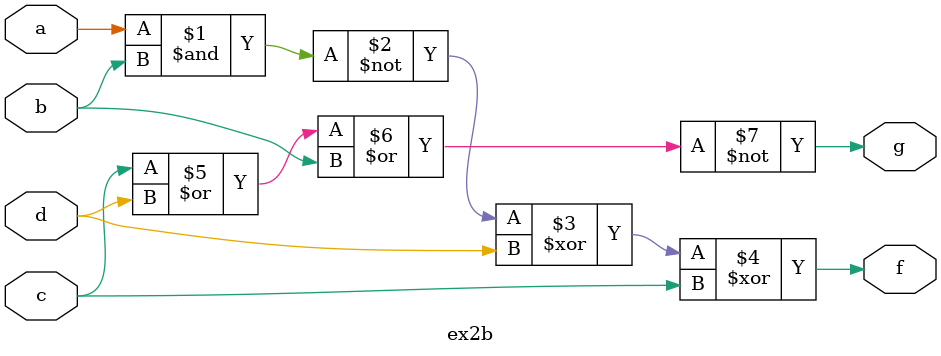
<source format=v>
module ex2b(a, b, c, d, f,g);
input a,b,c,d;
output f,g;
assign f=(~(a&b))^d^c;
assign g=~(c|d|b);
endmodule

</source>
